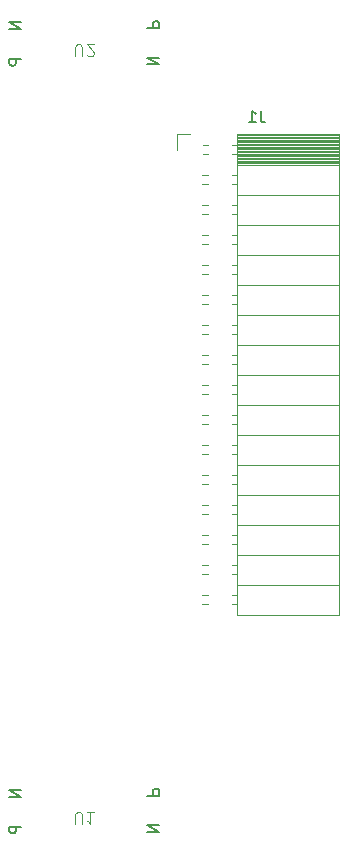
<source format=gbo>
G04 #@! TF.GenerationSoftware,KiCad,Pcbnew,9.0.2*
G04 #@! TF.CreationDate,2025-06-24T15:08:32-04:00*
G04 #@! TF.ProjectId,uconsole-expansion-card-template,75636f6e-736f-46c6-952d-657870616e73,0.1*
G04 #@! TF.SameCoordinates,Original*
G04 #@! TF.FileFunction,Legend,Bot*
G04 #@! TF.FilePolarity,Positive*
%FSLAX46Y46*%
G04 Gerber Fmt 4.6, Leading zero omitted, Abs format (unit mm)*
G04 Created by KiCad (PCBNEW 9.0.2) date 2025-06-24 15:08:32*
%MOMM*%
%LPD*%
G01*
G04 APERTURE LIST*
%ADD10C,0.100000*%
%ADD11C,0.200000*%
%ADD12C,0.150000*%
%ADD13C,0.120000*%
G04 APERTURE END LIST*
D10*
X97158095Y-69042580D02*
X97158095Y-68233057D01*
X97158095Y-68233057D02*
X97205714Y-68137819D01*
X97205714Y-68137819D02*
X97253333Y-68090200D01*
X97253333Y-68090200D02*
X97348571Y-68042580D01*
X97348571Y-68042580D02*
X97539047Y-68042580D01*
X97539047Y-68042580D02*
X97634285Y-68090200D01*
X97634285Y-68090200D02*
X97681904Y-68137819D01*
X97681904Y-68137819D02*
X97729523Y-68233057D01*
X97729523Y-68233057D02*
X97729523Y-69042580D01*
X98158095Y-68947342D02*
X98205714Y-68994961D01*
X98205714Y-68994961D02*
X98300952Y-69042580D01*
X98300952Y-69042580D02*
X98539047Y-69042580D01*
X98539047Y-69042580D02*
X98634285Y-68994961D01*
X98634285Y-68994961D02*
X98681904Y-68947342D01*
X98681904Y-68947342D02*
X98729523Y-68852104D01*
X98729523Y-68852104D02*
X98729523Y-68756866D01*
X98729523Y-68756866D02*
X98681904Y-68614009D01*
X98681904Y-68614009D02*
X98110476Y-68042580D01*
X98110476Y-68042580D02*
X98729523Y-68042580D01*
D11*
X92587219Y-66169673D02*
X91587219Y-66169673D01*
X91587219Y-66169673D02*
X92587219Y-66741101D01*
X92587219Y-66741101D02*
X91587219Y-66741101D01*
X103252780Y-66630326D02*
X104252780Y-66630326D01*
X104252780Y-66630326D02*
X104252780Y-66249374D01*
X104252780Y-66249374D02*
X104205161Y-66154136D01*
X104205161Y-66154136D02*
X104157542Y-66106517D01*
X104157542Y-66106517D02*
X104062304Y-66058898D01*
X104062304Y-66058898D02*
X103919447Y-66058898D01*
X103919447Y-66058898D02*
X103824209Y-66106517D01*
X103824209Y-66106517D02*
X103776590Y-66154136D01*
X103776590Y-66154136D02*
X103728971Y-66249374D01*
X103728971Y-66249374D02*
X103728971Y-66630326D01*
X103252780Y-69730326D02*
X104252780Y-69730326D01*
X104252780Y-69730326D02*
X103252780Y-69158898D01*
X103252780Y-69158898D02*
X104252780Y-69158898D01*
X92587219Y-69269673D02*
X91587219Y-69269673D01*
X91587219Y-69269673D02*
X91587219Y-69650625D01*
X91587219Y-69650625D02*
X91634838Y-69745863D01*
X91634838Y-69745863D02*
X91682457Y-69793482D01*
X91682457Y-69793482D02*
X91777695Y-69841101D01*
X91777695Y-69841101D02*
X91920552Y-69841101D01*
X91920552Y-69841101D02*
X92015790Y-69793482D01*
X92015790Y-69793482D02*
X92063409Y-69745863D01*
X92063409Y-69745863D02*
X92111028Y-69650625D01*
X92111028Y-69650625D02*
X92111028Y-69269673D01*
D12*
X112858333Y-73634819D02*
X112858333Y-74349104D01*
X112858333Y-74349104D02*
X112905952Y-74491961D01*
X112905952Y-74491961D02*
X113001190Y-74587200D01*
X113001190Y-74587200D02*
X113144047Y-74634819D01*
X113144047Y-74634819D02*
X113239285Y-74634819D01*
X111858333Y-74634819D02*
X112429761Y-74634819D01*
X112144047Y-74634819D02*
X112144047Y-73634819D01*
X112144047Y-73634819D02*
X112239285Y-73777676D01*
X112239285Y-73777676D02*
X112334523Y-73872914D01*
X112334523Y-73872914D02*
X112429761Y-73920533D01*
D10*
X97158095Y-134042580D02*
X97158095Y-133233057D01*
X97158095Y-133233057D02*
X97205714Y-133137819D01*
X97205714Y-133137819D02*
X97253333Y-133090200D01*
X97253333Y-133090200D02*
X97348571Y-133042580D01*
X97348571Y-133042580D02*
X97539047Y-133042580D01*
X97539047Y-133042580D02*
X97634285Y-133090200D01*
X97634285Y-133090200D02*
X97681904Y-133137819D01*
X97681904Y-133137819D02*
X97729523Y-133233057D01*
X97729523Y-133233057D02*
X97729523Y-134042580D01*
X98729523Y-133042580D02*
X98158095Y-133042580D01*
X98443809Y-133042580D02*
X98443809Y-134042580D01*
X98443809Y-134042580D02*
X98348571Y-133899723D01*
X98348571Y-133899723D02*
X98253333Y-133804485D01*
X98253333Y-133804485D02*
X98158095Y-133756866D01*
D11*
X103252780Y-134730326D02*
X104252780Y-134730326D01*
X104252780Y-134730326D02*
X103252780Y-134158898D01*
X103252780Y-134158898D02*
X104252780Y-134158898D01*
X92587219Y-131169673D02*
X91587219Y-131169673D01*
X91587219Y-131169673D02*
X92587219Y-131741101D01*
X92587219Y-131741101D02*
X91587219Y-131741101D01*
X103252780Y-131630326D02*
X104252780Y-131630326D01*
X104252780Y-131630326D02*
X104252780Y-131249374D01*
X104252780Y-131249374D02*
X104205161Y-131154136D01*
X104205161Y-131154136D02*
X104157542Y-131106517D01*
X104157542Y-131106517D02*
X104062304Y-131058898D01*
X104062304Y-131058898D02*
X103919447Y-131058898D01*
X103919447Y-131058898D02*
X103824209Y-131106517D01*
X103824209Y-131106517D02*
X103776590Y-131154136D01*
X103776590Y-131154136D02*
X103728971Y-131249374D01*
X103728971Y-131249374D02*
X103728971Y-131630326D01*
X92587219Y-134269673D02*
X91587219Y-134269673D01*
X91587219Y-134269673D02*
X91587219Y-134650625D01*
X91587219Y-134650625D02*
X91634838Y-134745863D01*
X91634838Y-134745863D02*
X91682457Y-134793482D01*
X91682457Y-134793482D02*
X91777695Y-134841101D01*
X91777695Y-134841101D02*
X91920552Y-134841101D01*
X91920552Y-134841101D02*
X92015790Y-134793482D01*
X92015790Y-134793482D02*
X92063409Y-134745863D01*
X92063409Y-134745863D02*
X92111028Y-134650625D01*
X92111028Y-134650625D02*
X92111028Y-134269673D01*
D13*
X105765000Y-75620000D02*
X105765000Y-76950000D01*
X106875000Y-75620000D02*
X105765000Y-75620000D01*
X108365000Y-76590000D02*
X107985000Y-76590000D01*
X108365000Y-77310000D02*
X107985000Y-77310000D01*
X108365000Y-79130000D02*
X107925000Y-79130000D01*
X108365000Y-79850000D02*
X107925000Y-79850000D01*
X108365000Y-81670000D02*
X107925000Y-81670000D01*
X108365000Y-82390000D02*
X107925000Y-82390000D01*
X108365000Y-84210000D02*
X107925000Y-84210000D01*
X108365000Y-84930000D02*
X107925000Y-84930000D01*
X108365000Y-86750000D02*
X107925000Y-86750000D01*
X108365000Y-87470000D02*
X107925000Y-87470000D01*
X108365000Y-89290000D02*
X107925000Y-89290000D01*
X108365000Y-90010000D02*
X107925000Y-90010000D01*
X108365000Y-91830000D02*
X107925000Y-91830000D01*
X108365000Y-92550000D02*
X107925000Y-92550000D01*
X108365000Y-94370000D02*
X107925000Y-94370000D01*
X108365000Y-95090000D02*
X107925000Y-95090000D01*
X108365000Y-96910000D02*
X107925000Y-96910000D01*
X108365000Y-97630000D02*
X107925000Y-97630000D01*
X108365000Y-99450000D02*
X107925000Y-99450000D01*
X108365000Y-100170000D02*
X107925000Y-100170000D01*
X108365000Y-101990000D02*
X107925000Y-101990000D01*
X108365000Y-102710000D02*
X107925000Y-102710000D01*
X108365000Y-104530000D02*
X107925000Y-104530000D01*
X108365000Y-105250000D02*
X107925000Y-105250000D01*
X108365000Y-107070000D02*
X107925000Y-107070000D01*
X108365000Y-107790000D02*
X107925000Y-107790000D01*
X108365000Y-109610000D02*
X107925000Y-109610000D01*
X108365000Y-110330000D02*
X107925000Y-110330000D01*
X108365000Y-112150000D02*
X107925000Y-112150000D01*
X108365000Y-112870000D02*
X107925000Y-112870000D01*
X108365000Y-114690000D02*
X107925000Y-114690000D01*
X108365000Y-115410000D02*
X107925000Y-115410000D01*
X110875000Y-75620000D02*
X110875000Y-116380000D01*
X110875000Y-76590000D02*
X110465000Y-76590000D01*
X110875000Y-77310000D02*
X110465000Y-77310000D01*
X110875000Y-79130000D02*
X110465000Y-79130000D01*
X110875000Y-79850000D02*
X110465000Y-79850000D01*
X110875000Y-81670000D02*
X110465000Y-81670000D01*
X110875000Y-82390000D02*
X110465000Y-82390000D01*
X110875000Y-84210000D02*
X110465000Y-84210000D01*
X110875000Y-84930000D02*
X110465000Y-84930000D01*
X110875000Y-86750000D02*
X110465000Y-86750000D01*
X110875000Y-87470000D02*
X110465000Y-87470000D01*
X110875000Y-89290000D02*
X110465000Y-89290000D01*
X110875000Y-90010000D02*
X110465000Y-90010000D01*
X110875000Y-91830000D02*
X110465000Y-91830000D01*
X110875000Y-92550000D02*
X110465000Y-92550000D01*
X110875000Y-94370000D02*
X110465000Y-94370000D01*
X110875000Y-95090000D02*
X110465000Y-95090000D01*
X110875000Y-96910000D02*
X110465000Y-96910000D01*
X110875000Y-97630000D02*
X110465000Y-97630000D01*
X110875000Y-99450000D02*
X110465000Y-99450000D01*
X110875000Y-100170000D02*
X110465000Y-100170000D01*
X110875000Y-101990000D02*
X110465000Y-101990000D01*
X110875000Y-102710000D02*
X110465000Y-102710000D01*
X110875000Y-104530000D02*
X110465000Y-104530000D01*
X110875000Y-105250000D02*
X110465000Y-105250000D01*
X110875000Y-107070000D02*
X110465000Y-107070000D01*
X110875000Y-107790000D02*
X110465000Y-107790000D01*
X110875000Y-109610000D02*
X110465000Y-109610000D01*
X110875000Y-110330000D02*
X110465000Y-110330000D01*
X110875000Y-112150000D02*
X110465000Y-112150000D01*
X110875000Y-112870000D02*
X110465000Y-112870000D01*
X110875000Y-114690000D02*
X110465000Y-114690000D01*
X110875000Y-115410000D02*
X110465000Y-115410000D01*
X119505000Y-75620000D02*
X110875000Y-75620000D01*
X119505000Y-75620000D02*
X119505000Y-116380000D01*
X119505000Y-75740000D02*
X110875000Y-75740000D01*
X119505000Y-75858095D02*
X110875000Y-75858095D01*
X119505000Y-75976190D02*
X110875000Y-75976190D01*
X119505000Y-76094285D02*
X110875000Y-76094285D01*
X119505000Y-76212380D02*
X110875000Y-76212380D01*
X119505000Y-76330475D02*
X110875000Y-76330475D01*
X119505000Y-76448570D02*
X110875000Y-76448570D01*
X119505000Y-76566665D02*
X110875000Y-76566665D01*
X119505000Y-76684760D02*
X110875000Y-76684760D01*
X119505000Y-76802855D02*
X110875000Y-76802855D01*
X119505000Y-76920950D02*
X110875000Y-76920950D01*
X119505000Y-77039045D02*
X110875000Y-77039045D01*
X119505000Y-77157140D02*
X110875000Y-77157140D01*
X119505000Y-77275235D02*
X110875000Y-77275235D01*
X119505000Y-77393330D02*
X110875000Y-77393330D01*
X119505000Y-77511425D02*
X110875000Y-77511425D01*
X119505000Y-77629520D02*
X110875000Y-77629520D01*
X119505000Y-77747615D02*
X110875000Y-77747615D01*
X119505000Y-77865710D02*
X110875000Y-77865710D01*
X119505000Y-77983805D02*
X110875000Y-77983805D01*
X119505000Y-78101900D02*
X110875000Y-78101900D01*
X119505000Y-78220000D02*
X110875000Y-78220000D01*
X119505000Y-80760000D02*
X110875000Y-80760000D01*
X119505000Y-83300000D02*
X110875000Y-83300000D01*
X119505000Y-85840000D02*
X110875000Y-85840000D01*
X119505000Y-88380000D02*
X110875000Y-88380000D01*
X119505000Y-90920000D02*
X110875000Y-90920000D01*
X119505000Y-93460000D02*
X110875000Y-93460000D01*
X119505000Y-96000000D02*
X110875000Y-96000000D01*
X119505000Y-98540000D02*
X110875000Y-98540000D01*
X119505000Y-101080000D02*
X110875000Y-101080000D01*
X119505000Y-103620000D02*
X110875000Y-103620000D01*
X119505000Y-106160000D02*
X110875000Y-106160000D01*
X119505000Y-108700000D02*
X110875000Y-108700000D01*
X119505000Y-111240000D02*
X110875000Y-111240000D01*
X119505000Y-113780000D02*
X110875000Y-113780000D01*
X119505000Y-116380000D02*
X110875000Y-116380000D01*
M02*

</source>
